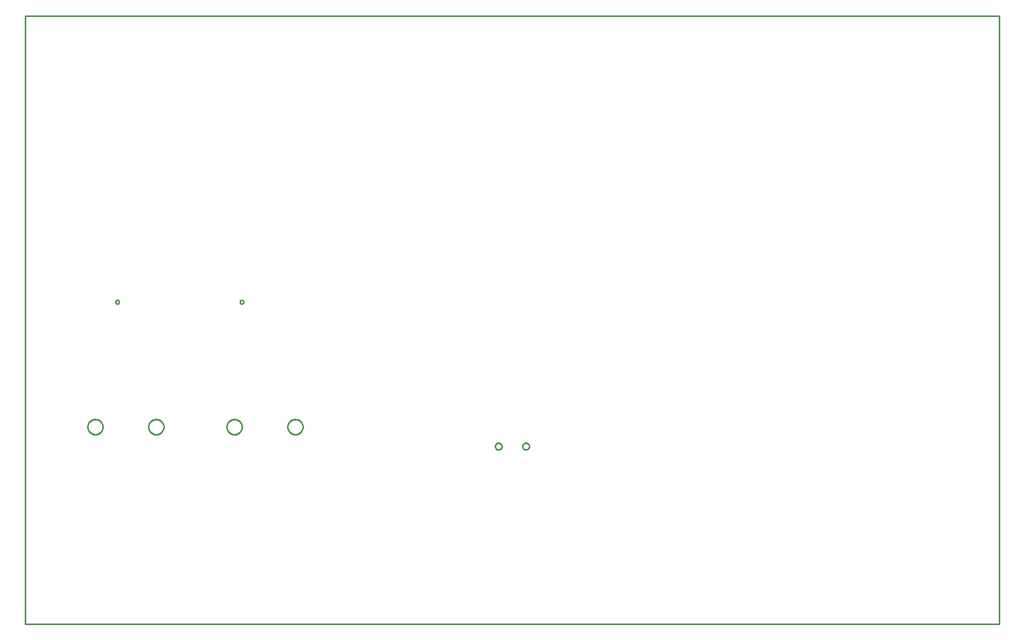
<source format=gbr>
G04 EAGLE Gerber RS-274X export*
G75*
%MOMM*%
%FSLAX34Y34*%
%LPD*%
%IN*%
%IPPOS*%
%AMOC8*
5,1,8,0,0,1.08239X$1,22.5*%
G01*
%ADD10C,0.254000*%


D10*
X0Y0D02*
X1600000Y0D01*
X1600000Y1000000D01*
X0Y1000000D01*
X0Y0D01*
X356200Y323509D02*
X356123Y322530D01*
X355969Y321560D01*
X355740Y320604D01*
X355436Y319670D01*
X355061Y318763D01*
X354615Y317888D01*
X354101Y317050D01*
X353524Y316255D01*
X352886Y315508D01*
X352192Y314814D01*
X351445Y314176D01*
X350650Y313599D01*
X349812Y313085D01*
X348937Y312639D01*
X348030Y312264D01*
X347096Y311960D01*
X346141Y311731D01*
X345170Y311577D01*
X344191Y311500D01*
X343209Y311500D01*
X342230Y311577D01*
X341260Y311731D01*
X340304Y311960D01*
X339370Y312264D01*
X338463Y312639D01*
X337588Y313085D01*
X336750Y313599D01*
X335955Y314176D01*
X335208Y314814D01*
X334514Y315508D01*
X333876Y316255D01*
X333299Y317050D01*
X332785Y317888D01*
X332339Y318763D01*
X331964Y319670D01*
X331660Y320604D01*
X331431Y321560D01*
X331277Y322530D01*
X331200Y323509D01*
X331200Y324491D01*
X331277Y325470D01*
X331431Y326441D01*
X331660Y327396D01*
X331964Y328330D01*
X332339Y329237D01*
X332785Y330112D01*
X333299Y330950D01*
X333876Y331745D01*
X334514Y332492D01*
X335208Y333186D01*
X335955Y333824D01*
X336750Y334401D01*
X337588Y334915D01*
X338463Y335361D01*
X339370Y335736D01*
X340304Y336040D01*
X341260Y336269D01*
X342230Y336423D01*
X343209Y336500D01*
X344191Y336500D01*
X345170Y336423D01*
X346141Y336269D01*
X347096Y336040D01*
X348030Y335736D01*
X348937Y335361D01*
X349812Y334915D01*
X350650Y334401D01*
X351445Y333824D01*
X352192Y333186D01*
X352886Y332492D01*
X353524Y331745D01*
X354101Y330950D01*
X354615Y330112D01*
X355061Y329237D01*
X355436Y328330D01*
X355740Y327396D01*
X355969Y326441D01*
X356123Y325470D01*
X356200Y324491D01*
X356200Y323509D01*
X456200Y323509D02*
X456123Y322530D01*
X455969Y321560D01*
X455740Y320604D01*
X455436Y319670D01*
X455061Y318763D01*
X454615Y317888D01*
X454101Y317050D01*
X453524Y316255D01*
X452886Y315508D01*
X452192Y314814D01*
X451445Y314176D01*
X450650Y313599D01*
X449812Y313085D01*
X448937Y312639D01*
X448030Y312264D01*
X447096Y311960D01*
X446141Y311731D01*
X445170Y311577D01*
X444191Y311500D01*
X443209Y311500D01*
X442230Y311577D01*
X441260Y311731D01*
X440304Y311960D01*
X439370Y312264D01*
X438463Y312639D01*
X437588Y313085D01*
X436750Y313599D01*
X435955Y314176D01*
X435208Y314814D01*
X434514Y315508D01*
X433876Y316255D01*
X433299Y317050D01*
X432785Y317888D01*
X432339Y318763D01*
X431964Y319670D01*
X431660Y320604D01*
X431431Y321560D01*
X431277Y322530D01*
X431200Y323509D01*
X431200Y324491D01*
X431277Y325470D01*
X431431Y326441D01*
X431660Y327396D01*
X431964Y328330D01*
X432339Y329237D01*
X432785Y330112D01*
X433299Y330950D01*
X433876Y331745D01*
X434514Y332492D01*
X435208Y333186D01*
X435955Y333824D01*
X436750Y334401D01*
X437588Y334915D01*
X438463Y335361D01*
X439370Y335736D01*
X440304Y336040D01*
X441260Y336269D01*
X442230Y336423D01*
X443209Y336500D01*
X444191Y336500D01*
X445170Y336423D01*
X446141Y336269D01*
X447096Y336040D01*
X448030Y335736D01*
X448937Y335361D01*
X449812Y334915D01*
X450650Y334401D01*
X451445Y333824D01*
X452192Y333186D01*
X452886Y332492D01*
X453524Y331745D01*
X454101Y330950D01*
X454615Y330112D01*
X455061Y329237D01*
X455436Y328330D01*
X455740Y327396D01*
X455969Y326441D01*
X456123Y325470D01*
X456200Y324491D01*
X456200Y323509D01*
X127600Y323509D02*
X127523Y322530D01*
X127369Y321560D01*
X127140Y320604D01*
X126836Y319670D01*
X126461Y318763D01*
X126015Y317888D01*
X125501Y317050D01*
X124924Y316255D01*
X124286Y315508D01*
X123592Y314814D01*
X122845Y314176D01*
X122050Y313599D01*
X121212Y313085D01*
X120337Y312639D01*
X119430Y312264D01*
X118496Y311960D01*
X117541Y311731D01*
X116570Y311577D01*
X115591Y311500D01*
X114609Y311500D01*
X113630Y311577D01*
X112660Y311731D01*
X111704Y311960D01*
X110770Y312264D01*
X109863Y312639D01*
X108988Y313085D01*
X108150Y313599D01*
X107355Y314176D01*
X106608Y314814D01*
X105914Y315508D01*
X105276Y316255D01*
X104699Y317050D01*
X104185Y317888D01*
X103739Y318763D01*
X103364Y319670D01*
X103060Y320604D01*
X102831Y321560D01*
X102677Y322530D01*
X102600Y323509D01*
X102600Y324491D01*
X102677Y325470D01*
X102831Y326441D01*
X103060Y327396D01*
X103364Y328330D01*
X103739Y329237D01*
X104185Y330112D01*
X104699Y330950D01*
X105276Y331745D01*
X105914Y332492D01*
X106608Y333186D01*
X107355Y333824D01*
X108150Y334401D01*
X108988Y334915D01*
X109863Y335361D01*
X110770Y335736D01*
X111704Y336040D01*
X112660Y336269D01*
X113630Y336423D01*
X114609Y336500D01*
X115591Y336500D01*
X116570Y336423D01*
X117541Y336269D01*
X118496Y336040D01*
X119430Y335736D01*
X120337Y335361D01*
X121212Y334915D01*
X122050Y334401D01*
X122845Y333824D01*
X123592Y333186D01*
X124286Y332492D01*
X124924Y331745D01*
X125501Y330950D01*
X126015Y330112D01*
X126461Y329237D01*
X126836Y328330D01*
X127140Y327396D01*
X127369Y326441D01*
X127523Y325470D01*
X127600Y324491D01*
X127600Y323509D01*
X227600Y323509D02*
X227523Y322530D01*
X227369Y321560D01*
X227140Y320604D01*
X226836Y319670D01*
X226461Y318763D01*
X226015Y317888D01*
X225501Y317050D01*
X224924Y316255D01*
X224286Y315508D01*
X223592Y314814D01*
X222845Y314176D01*
X222050Y313599D01*
X221212Y313085D01*
X220337Y312639D01*
X219430Y312264D01*
X218496Y311960D01*
X217541Y311731D01*
X216570Y311577D01*
X215591Y311500D01*
X214609Y311500D01*
X213630Y311577D01*
X212660Y311731D01*
X211704Y311960D01*
X210770Y312264D01*
X209863Y312639D01*
X208988Y313085D01*
X208150Y313599D01*
X207355Y314176D01*
X206608Y314814D01*
X205914Y315508D01*
X205276Y316255D01*
X204699Y317050D01*
X204185Y317888D01*
X203739Y318763D01*
X203364Y319670D01*
X203060Y320604D01*
X202831Y321560D01*
X202677Y322530D01*
X202600Y323509D01*
X202600Y324491D01*
X202677Y325470D01*
X202831Y326441D01*
X203060Y327396D01*
X203364Y328330D01*
X203739Y329237D01*
X204185Y330112D01*
X204699Y330950D01*
X205276Y331745D01*
X205914Y332492D01*
X206608Y333186D01*
X207355Y333824D01*
X208150Y334401D01*
X208988Y334915D01*
X209863Y335361D01*
X210770Y335736D01*
X211704Y336040D01*
X212660Y336269D01*
X213630Y336423D01*
X214609Y336500D01*
X215591Y336500D01*
X216570Y336423D01*
X217541Y336269D01*
X218496Y336040D01*
X219430Y335736D01*
X220337Y335361D01*
X221212Y334915D01*
X222050Y334401D01*
X222845Y333824D01*
X223592Y333186D01*
X224286Y332492D01*
X224924Y331745D01*
X225501Y330950D01*
X226015Y330112D01*
X226461Y329237D01*
X226836Y328330D01*
X227140Y327396D01*
X227369Y326441D01*
X227523Y325470D01*
X227600Y324491D01*
X227600Y323509D01*
X817100Y291791D02*
X817169Y291177D01*
X817307Y290575D01*
X817511Y289992D01*
X817779Y289435D01*
X818107Y288912D01*
X818493Y288429D01*
X818929Y287993D01*
X819412Y287607D01*
X819935Y287279D01*
X820492Y287011D01*
X821075Y286807D01*
X821677Y286669D01*
X822291Y286600D01*
X822909Y286600D01*
X823523Y286669D01*
X824125Y286807D01*
X824708Y287011D01*
X825265Y287279D01*
X825788Y287607D01*
X826271Y287993D01*
X826708Y288429D01*
X827093Y288912D01*
X827421Y289435D01*
X827689Y289992D01*
X827893Y290575D01*
X828031Y291177D01*
X828100Y291791D01*
X828100Y292409D01*
X828031Y293023D01*
X827893Y293625D01*
X827689Y294208D01*
X827421Y294765D01*
X827093Y295288D01*
X826708Y295771D01*
X826271Y296208D01*
X825788Y296593D01*
X825265Y296921D01*
X824708Y297189D01*
X824125Y297393D01*
X823523Y297531D01*
X822909Y297600D01*
X822291Y297600D01*
X821677Y297531D01*
X821075Y297393D01*
X820492Y297189D01*
X819935Y296921D01*
X819412Y296593D01*
X818929Y296208D01*
X818493Y295771D01*
X818107Y295288D01*
X817779Y294765D01*
X817511Y294208D01*
X817307Y293625D01*
X817169Y293023D01*
X817100Y292409D01*
X817100Y291791D01*
X772100Y291791D02*
X772169Y291177D01*
X772307Y290575D01*
X772511Y289992D01*
X772779Y289435D01*
X773107Y288912D01*
X773493Y288429D01*
X773929Y287993D01*
X774412Y287607D01*
X774935Y287279D01*
X775492Y287011D01*
X776075Y286807D01*
X776677Y286669D01*
X777291Y286600D01*
X777909Y286600D01*
X778523Y286669D01*
X779125Y286807D01*
X779708Y287011D01*
X780265Y287279D01*
X780788Y287607D01*
X781271Y287993D01*
X781708Y288429D01*
X782093Y288912D01*
X782421Y289435D01*
X782689Y289992D01*
X782893Y290575D01*
X783031Y291177D01*
X783100Y291791D01*
X783100Y292409D01*
X783031Y293023D01*
X782893Y293625D01*
X782689Y294208D01*
X782421Y294765D01*
X782093Y295288D01*
X781708Y295771D01*
X781271Y296208D01*
X780788Y296593D01*
X780265Y296921D01*
X779708Y297189D01*
X779125Y297393D01*
X778523Y297531D01*
X777909Y297600D01*
X777291Y297600D01*
X776677Y297531D01*
X776075Y297393D01*
X775492Y297189D01*
X774935Y296921D01*
X774412Y296593D01*
X773929Y296208D01*
X773493Y295771D01*
X773107Y295288D01*
X772779Y294765D01*
X772511Y294208D01*
X772307Y293625D01*
X772169Y293023D01*
X772100Y292409D01*
X772100Y291791D01*
X154400Y529264D02*
X154326Y528798D01*
X154180Y528348D01*
X153966Y527928D01*
X153688Y527546D01*
X153354Y527212D01*
X152972Y526934D01*
X152552Y526720D01*
X152103Y526574D01*
X151636Y526500D01*
X151164Y526500D01*
X150698Y526574D01*
X150248Y526720D01*
X149828Y526934D01*
X149446Y527212D01*
X149112Y527546D01*
X148834Y527928D01*
X148620Y528348D01*
X148474Y528798D01*
X148400Y529264D01*
X148400Y529736D01*
X148474Y530203D01*
X148620Y530652D01*
X148834Y531072D01*
X149112Y531454D01*
X149446Y531788D01*
X149828Y532066D01*
X150248Y532280D01*
X150698Y532426D01*
X151164Y532500D01*
X151636Y532500D01*
X152103Y532426D01*
X152552Y532280D01*
X152972Y532066D01*
X153354Y531788D01*
X153688Y531454D01*
X153966Y531072D01*
X154180Y530652D01*
X154326Y530203D01*
X154400Y529736D01*
X154400Y529264D01*
X358900Y529264D02*
X358826Y528798D01*
X358680Y528348D01*
X358466Y527928D01*
X358188Y527546D01*
X357854Y527212D01*
X357472Y526934D01*
X357052Y526720D01*
X356603Y526574D01*
X356136Y526500D01*
X355664Y526500D01*
X355198Y526574D01*
X354748Y526720D01*
X354328Y526934D01*
X353946Y527212D01*
X353612Y527546D01*
X353334Y527928D01*
X353120Y528348D01*
X352974Y528798D01*
X352900Y529264D01*
X352900Y529736D01*
X352974Y530203D01*
X353120Y530652D01*
X353334Y531072D01*
X353612Y531454D01*
X353946Y531788D01*
X354328Y532066D01*
X354748Y532280D01*
X355198Y532426D01*
X355664Y532500D01*
X356136Y532500D01*
X356603Y532426D01*
X357052Y532280D01*
X357472Y532066D01*
X357854Y531788D01*
X358188Y531454D01*
X358466Y531072D01*
X358680Y530652D01*
X358826Y530203D01*
X358900Y529736D01*
X358900Y529264D01*
M02*

</source>
